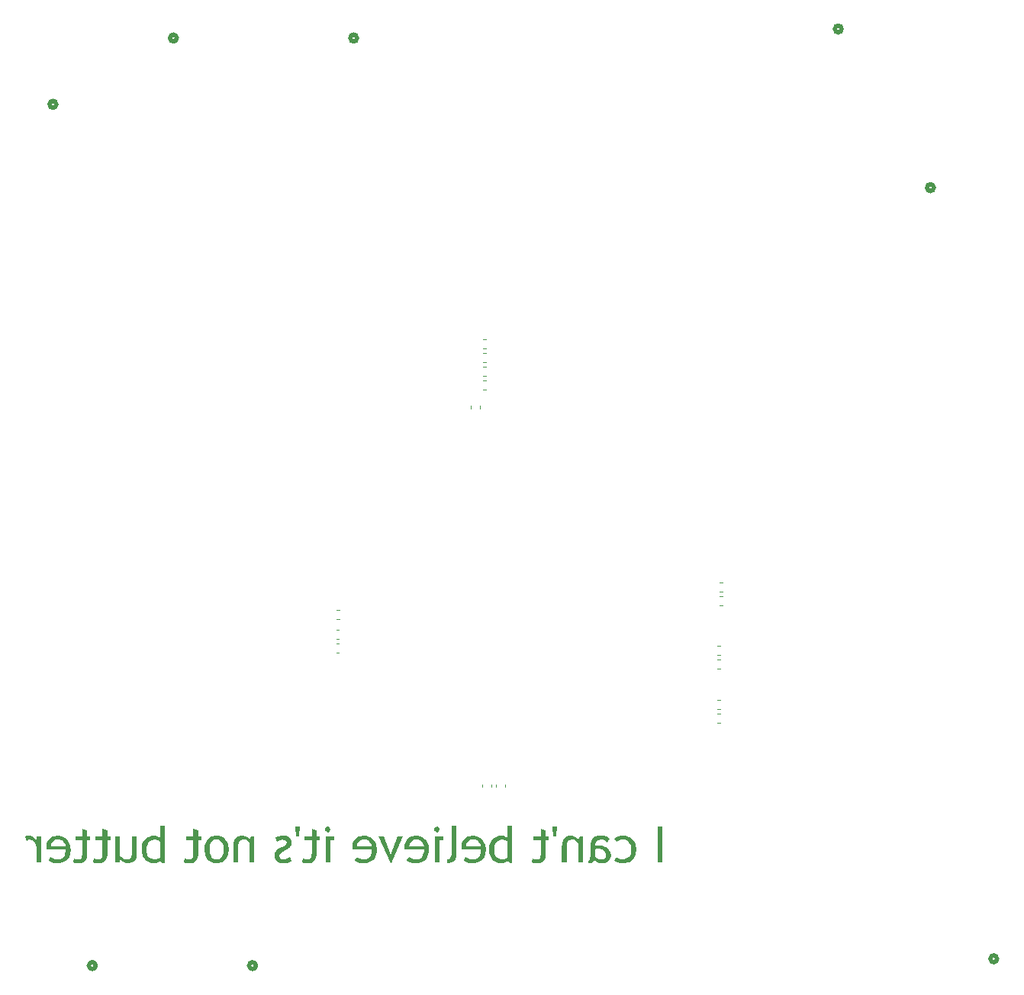
<source format=gbr>
%TF.GenerationSoftware,KiCad,Pcbnew,8.0.5*%
%TF.CreationDate,2024-10-22T14:52:20-04:00*%
%TF.ProjectId,huxley,6875786c-6579-42e6-9b69-6361645f7063,rev?*%
%TF.SameCoordinates,Original*%
%TF.FileFunction,Legend,Bot*%
%TF.FilePolarity,Positive*%
%FSLAX46Y46*%
G04 Gerber Fmt 4.6, Leading zero omitted, Abs format (unit mm)*
G04 Created by KiCad (PCBNEW 8.0.5) date 2024-10-22 14:52:20*
%MOMM*%
%LPD*%
G01*
G04 APERTURE LIST*
%ADD10C,0.150000*%
%ADD11C,0.508000*%
%ADD12C,0.120000*%
G04 APERTURE END LIST*
D10*
G36*
X119241974Y-146570000D02*
G01*
X119241974Y-142568325D01*
X118691939Y-142568325D01*
X118691939Y-146570000D01*
X119241974Y-146570000D01*
G37*
G36*
X113919434Y-143881374D02*
G01*
X114177355Y-144256531D01*
X114345230Y-144137562D01*
X114459699Y-144086538D01*
X114647089Y-144029036D01*
X114844132Y-144006505D01*
X114856350Y-144006427D01*
X115058339Y-144025233D01*
X115259301Y-144091351D01*
X115432442Y-144205072D01*
X115532414Y-144307334D01*
X115641835Y-144471221D01*
X115719993Y-144662951D01*
X115766887Y-144882526D01*
X115782274Y-145097494D01*
X115782519Y-145129944D01*
X115770317Y-145345506D01*
X115726491Y-145562898D01*
X115650791Y-145749392D01*
X115527529Y-145922267D01*
X115367937Y-146054030D01*
X115177125Y-146142670D01*
X114981303Y-146185260D01*
X114818248Y-146194842D01*
X114619948Y-146175059D01*
X114420720Y-146115708D01*
X114242850Y-146029734D01*
X114108967Y-145944738D01*
X113902826Y-146382421D01*
X114096249Y-146479874D01*
X114308933Y-146553391D01*
X114506564Y-146597355D01*
X114718345Y-146623733D01*
X114944277Y-146632526D01*
X115162607Y-146618272D01*
X115366237Y-146575510D01*
X115555167Y-146504241D01*
X115729396Y-146404464D01*
X115888925Y-146276179D01*
X115938834Y-146227083D01*
X116072305Y-146064978D01*
X116178162Y-145882746D01*
X116256403Y-145680387D01*
X116307030Y-145457901D01*
X116328125Y-145257121D01*
X116331577Y-145129944D01*
X116321630Y-144916031D01*
X116291792Y-144715761D01*
X116229727Y-144493447D01*
X116139018Y-144290779D01*
X116019663Y-144107757D01*
X115924180Y-143996657D01*
X115760461Y-143851233D01*
X115575584Y-143735897D01*
X115369550Y-143650649D01*
X115142358Y-143595488D01*
X114936870Y-143572504D01*
X114806524Y-143568743D01*
X114599864Y-143588378D01*
X114394571Y-143641773D01*
X114312177Y-143671325D01*
X114131926Y-143748491D01*
X113962253Y-143847653D01*
X113919434Y-143881374D01*
G37*
G36*
X112558841Y-143573138D02*
G01*
X112761357Y-143604617D01*
X112955163Y-143660579D01*
X113018850Y-143684118D01*
X113201372Y-143768631D01*
X113365491Y-143881374D01*
X113145673Y-144319057D01*
X113128966Y-144299823D01*
X112979444Y-144167932D01*
X112801711Y-144075120D01*
X112595769Y-144021386D01*
X112392428Y-144006427D01*
X112353238Y-144007098D01*
X112144228Y-144039338D01*
X111956989Y-144138073D01*
X111830711Y-144302632D01*
X111770994Y-144496072D01*
X111755443Y-144694214D01*
X111929966Y-144651472D01*
X112129623Y-144631688D01*
X112349579Y-144642885D01*
X112554422Y-144676476D01*
X112744153Y-144732461D01*
X112946405Y-144826081D01*
X113128087Y-144950181D01*
X113175528Y-144990550D01*
X113317466Y-145140616D01*
X113433772Y-145328836D01*
X113501106Y-145534885D01*
X113519853Y-145729804D01*
X113515884Y-145824067D01*
X113477931Y-146021757D01*
X113388630Y-146218029D01*
X113265840Y-146373628D01*
X113233726Y-146404979D01*
X113062279Y-146531394D01*
X112872705Y-146607243D01*
X112665003Y-146632526D01*
X112471588Y-146623367D01*
X112260837Y-146588196D01*
X112044393Y-146513824D01*
X111859646Y-146403548D01*
X111706594Y-146257369D01*
X111629551Y-146411589D01*
X111479937Y-146545575D01*
X111403027Y-146579455D01*
X111203206Y-146622251D01*
X111003175Y-146632526D01*
X111003175Y-146382421D01*
X111143675Y-146248286D01*
X111215502Y-146060880D01*
X111233740Y-145861695D01*
X111233740Y-145069371D01*
X111755443Y-145069371D01*
X111755443Y-145882212D01*
X111872977Y-145988457D01*
X112039734Y-146095924D01*
X112241057Y-146170113D01*
X112456908Y-146194842D01*
X112667802Y-146172029D01*
X112845397Y-146090085D01*
X112964323Y-145926664D01*
X112998150Y-145718080D01*
X112978367Y-145562069D01*
X112890439Y-145373048D01*
X112748046Y-145218848D01*
X112699872Y-145180961D01*
X112520811Y-145081585D01*
X112313319Y-145023615D01*
X112102267Y-145006845D01*
X111954753Y-145024492D01*
X111755443Y-145069371D01*
X111233740Y-145069371D01*
X111233740Y-144796796D01*
X111238274Y-144642221D01*
X111262076Y-144430623D01*
X111315631Y-144214493D01*
X111396955Y-144031461D01*
X111523900Y-143862812D01*
X111622833Y-143778095D01*
X111816747Y-143672414D01*
X112022385Y-143610097D01*
X112225362Y-143579082D01*
X112453000Y-143568743D01*
X112558841Y-143573138D01*
G37*
G36*
X108615457Y-146570000D02*
G01*
X108615457Y-144854438D01*
X108624310Y-144636634D01*
X108655437Y-144433791D01*
X108723916Y-144246533D01*
X108757117Y-144194982D01*
X108917535Y-144066087D01*
X109113082Y-144013055D01*
X109230949Y-144006427D01*
X109425596Y-144036757D01*
X109605129Y-144113893D01*
X109767646Y-144225377D01*
X109904082Y-144377676D01*
X109904082Y-146570000D01*
X110425785Y-146570000D01*
X110425785Y-143631270D01*
X110068213Y-143631270D01*
X109904082Y-144010334D01*
X109775200Y-143838269D01*
X109615089Y-143708466D01*
X109423750Y-143620924D01*
X109201181Y-143575643D01*
X109059979Y-143568743D01*
X108833291Y-143587138D01*
X108636828Y-143642322D01*
X108433753Y-143763036D01*
X108277905Y-143941233D01*
X108187230Y-144125178D01*
X108126780Y-144345913D01*
X108096555Y-144603436D01*
X108092777Y-144745994D01*
X108092777Y-146570000D01*
X108615457Y-146570000D01*
G37*
G36*
X107107990Y-143631270D02*
G01*
X107473377Y-143631270D01*
X107538834Y-142568325D01*
X107033740Y-142568325D01*
X107107990Y-143631270D01*
G37*
G36*
X106288311Y-144068953D02*
G01*
X106629274Y-144068953D01*
X106629274Y-143631270D01*
X106288311Y-143631270D01*
X106288311Y-143017732D01*
X105766608Y-142818429D01*
X105766608Y-143631270D01*
X104958653Y-143631270D01*
X104958653Y-144068953D01*
X105766608Y-144068953D01*
X105766608Y-145516824D01*
X105754396Y-145725709D01*
X105707501Y-145921714D01*
X105641556Y-146039504D01*
X105478401Y-146156008D01*
X105273131Y-146194236D01*
X105239043Y-146194842D01*
X105034612Y-146163579D01*
X104850526Y-146084933D01*
X104823831Y-146069790D01*
X104746650Y-146546552D01*
X104955573Y-146591890D01*
X105154208Y-146618337D01*
X105362890Y-146631182D01*
X105458862Y-146632526D01*
X105666259Y-146607434D01*
X105852475Y-146532157D01*
X106017510Y-146406696D01*
X106047976Y-146375582D01*
X106174715Y-146201216D01*
X106254514Y-146000517D01*
X106286198Y-145797374D01*
X106288311Y-145724919D01*
X106288311Y-144068953D01*
G37*
G36*
X102570935Y-146632526D02*
G01*
X102310083Y-146632526D01*
X102125436Y-146365812D01*
X101997208Y-146468150D01*
X101819644Y-146554368D01*
X101806998Y-146559176D01*
X101615945Y-146612986D01*
X101409316Y-146632526D01*
X101329883Y-146630873D01*
X101104134Y-146606086D01*
X100897207Y-146551555D01*
X100709102Y-146467280D01*
X100539819Y-146353261D01*
X100389357Y-146209497D01*
X100280999Y-146069315D01*
X100175211Y-145880821D01*
X100095870Y-145670207D01*
X100049955Y-145477799D01*
X100022406Y-145270030D01*
X100014350Y-145074256D01*
X100562281Y-145074256D01*
X100563186Y-145148613D01*
X100576753Y-145355380D01*
X100613157Y-145565700D01*
X100681896Y-145765307D01*
X100793824Y-145937899D01*
X100927974Y-146050312D01*
X101123999Y-146138385D01*
X101338337Y-146182547D01*
X101556838Y-146194842D01*
X101673402Y-146172732D01*
X101854815Y-146094214D01*
X101889559Y-146075670D01*
X102049232Y-145948646D01*
X102049232Y-144238946D01*
X101999434Y-144191310D01*
X101825505Y-144089469D01*
X101753878Y-144057112D01*
X101556838Y-144006427D01*
X101392341Y-144016353D01*
X101193527Y-144060469D01*
X100997889Y-144152286D01*
X100831926Y-144288771D01*
X100701580Y-144465055D01*
X100621529Y-144651077D01*
X100575184Y-144864698D01*
X100562281Y-145074256D01*
X100014350Y-145074256D01*
X100013224Y-145046901D01*
X100014689Y-144967774D01*
X100036671Y-144740743D01*
X100085031Y-144529236D01*
X100159769Y-144333254D01*
X100260886Y-144152797D01*
X100388381Y-143987864D01*
X100436172Y-143937111D01*
X100590308Y-143804499D01*
X100760588Y-143701356D01*
X100947010Y-143627682D01*
X101149575Y-143583478D01*
X101368283Y-143568743D01*
X101380625Y-143568826D01*
X101580171Y-143592732D01*
X101770795Y-143653740D01*
X101895820Y-143714138D01*
X102049232Y-143840341D01*
X102049232Y-142443272D01*
X102570935Y-142443272D01*
X102570935Y-146632526D01*
G37*
G36*
X98431006Y-143578380D02*
G01*
X98650883Y-143624248D01*
X98856828Y-143707889D01*
X99048842Y-143829305D01*
X99202337Y-143963440D01*
X99329835Y-144108216D01*
X99454307Y-144300649D01*
X99547661Y-144513483D01*
X99601686Y-144706430D01*
X99634100Y-144913545D01*
X99644905Y-145134829D01*
X99641110Y-145264195D01*
X99617916Y-145468586D01*
X99562252Y-145695343D01*
X99476225Y-145901904D01*
X99359836Y-146088269D01*
X99213084Y-146254438D01*
X99088081Y-146363360D01*
X98899293Y-146484835D01*
X98694423Y-146570126D01*
X98473471Y-146619234D01*
X98271284Y-146632526D01*
X98176181Y-146630785D01*
X97970462Y-146614144D01*
X97776180Y-146579884D01*
X97573726Y-146521151D01*
X97558220Y-146515808D01*
X97367589Y-146434597D01*
X97202477Y-146319895D01*
X97422295Y-145944738D01*
X97560574Y-146042191D01*
X97759106Y-146132316D01*
X97955172Y-146179211D01*
X98169678Y-146194842D01*
X98242064Y-146192661D01*
X98444177Y-146159946D01*
X98642281Y-146077552D01*
X98812526Y-145946692D01*
X98846834Y-145910193D01*
X98961934Y-145744962D01*
X99041618Y-145548958D01*
X99082290Y-145352208D01*
X99095847Y-145131898D01*
X96973866Y-145131898D01*
X96948861Y-145019744D01*
X96932833Y-144816336D01*
X96935197Y-144756741D01*
X97452581Y-144756741D01*
X99082170Y-144756741D01*
X99044159Y-144569628D01*
X98958270Y-144387165D01*
X98826203Y-144229176D01*
X98796325Y-144202202D01*
X98633541Y-144093438D01*
X98448432Y-144028179D01*
X98240997Y-144006427D01*
X98217825Y-144006650D01*
X98002891Y-144033440D01*
X97818488Y-144104881D01*
X97650907Y-144235038D01*
X97555037Y-144360832D01*
X97476016Y-144554044D01*
X97452581Y-144756741D01*
X96935197Y-144756741D01*
X96938237Y-144680094D01*
X96973700Y-144458347D01*
X97042261Y-144257825D01*
X97143922Y-144078527D01*
X97278681Y-143920453D01*
X97448115Y-143783410D01*
X97643541Y-143680027D01*
X97831738Y-143618203D01*
X98039031Y-143581108D01*
X98265422Y-143568743D01*
X98431006Y-143578380D01*
G37*
G36*
X96359351Y-145748367D02*
G01*
X96359351Y-142443272D01*
X95837648Y-142443272D01*
X95837648Y-145684863D01*
X95807809Y-145884618D01*
X95701849Y-146058066D01*
X95533087Y-146164789D01*
X95345254Y-146194842D01*
X95345254Y-146632526D01*
X95582933Y-146618711D01*
X95788921Y-146577266D01*
X96001842Y-146486605D01*
X96165246Y-146352772D01*
X96279134Y-146175768D01*
X96343505Y-145955591D01*
X96359351Y-145748367D01*
G37*
G36*
X94212944Y-142568325D02*
G01*
X94020302Y-142628950D01*
X93983356Y-142660160D01*
X93891921Y-142833256D01*
X93888590Y-142879979D01*
X93951150Y-143065973D01*
X93983356Y-143101751D01*
X94163794Y-143190358D01*
X94212944Y-143193586D01*
X94402759Y-143132961D01*
X94439602Y-143101751D01*
X94531036Y-142927365D01*
X94534368Y-142879979D01*
X94473097Y-142694331D01*
X94441556Y-142659183D01*
X94262060Y-142571519D01*
X94212944Y-142568325D01*
G37*
G36*
X94499197Y-146570000D02*
G01*
X94499197Y-144068953D01*
X94902686Y-144068953D01*
X94902686Y-143631270D01*
X93976517Y-143631270D01*
X93976517Y-146570000D01*
X94499197Y-146570000D01*
G37*
G36*
X92135402Y-143578380D02*
G01*
X92355279Y-143624248D01*
X92561224Y-143707889D01*
X92753238Y-143829305D01*
X92906734Y-143963440D01*
X93034231Y-144108216D01*
X93158704Y-144300649D01*
X93252058Y-144513483D01*
X93306082Y-144706430D01*
X93338497Y-144913545D01*
X93349302Y-145134829D01*
X93345506Y-145264195D01*
X93322313Y-145468586D01*
X93266648Y-145695343D01*
X93180621Y-145901904D01*
X93064232Y-146088269D01*
X92917480Y-146254438D01*
X92792478Y-146363360D01*
X92603689Y-146484835D01*
X92398819Y-146570126D01*
X92177867Y-146619234D01*
X91975680Y-146632526D01*
X91880578Y-146630785D01*
X91674859Y-146614144D01*
X91480577Y-146579884D01*
X91278122Y-146521151D01*
X91262617Y-146515808D01*
X91071985Y-146434597D01*
X90906873Y-146319895D01*
X91126692Y-145944738D01*
X91264970Y-146042191D01*
X91463503Y-146132316D01*
X91659569Y-146179211D01*
X91874075Y-146194842D01*
X91946460Y-146192661D01*
X92148573Y-146159946D01*
X92346677Y-146077552D01*
X92516922Y-145946692D01*
X92551231Y-145910193D01*
X92666330Y-145744962D01*
X92746014Y-145548958D01*
X92786686Y-145352208D01*
X92800244Y-145131898D01*
X90678262Y-145131898D01*
X90653258Y-145019744D01*
X90637229Y-144816336D01*
X90639593Y-144756741D01*
X91156978Y-144756741D01*
X92786566Y-144756741D01*
X92748556Y-144569628D01*
X92662666Y-144387165D01*
X92530600Y-144229176D01*
X92500722Y-144202202D01*
X92337938Y-144093438D01*
X92152828Y-144028179D01*
X91945394Y-144006427D01*
X91922221Y-144006650D01*
X91707288Y-144033440D01*
X91522884Y-144104881D01*
X91355303Y-144235038D01*
X91259433Y-144360832D01*
X91180413Y-144554044D01*
X91156978Y-144756741D01*
X90639593Y-144756741D01*
X90642633Y-144680094D01*
X90678096Y-144458347D01*
X90746658Y-144257825D01*
X90848318Y-144078527D01*
X90983077Y-143920453D01*
X91152511Y-143783410D01*
X91347938Y-143680027D01*
X91536134Y-143618203D01*
X91743428Y-143581108D01*
X91969818Y-143568743D01*
X92135402Y-143578380D01*
G37*
G36*
X89044766Y-146632526D02*
G01*
X89181542Y-146632526D01*
X90442812Y-143631270D01*
X89871284Y-143631270D01*
X89093614Y-145694633D01*
X88299337Y-143631270D01*
X87753210Y-143631270D01*
X89044766Y-146632526D01*
G37*
G36*
X86343916Y-143578380D02*
G01*
X86563793Y-143624248D01*
X86769738Y-143707889D01*
X86961752Y-143829305D01*
X87115247Y-143963440D01*
X87242745Y-144108216D01*
X87367217Y-144300649D01*
X87460571Y-144513483D01*
X87514596Y-144706430D01*
X87547010Y-144913545D01*
X87557815Y-145134829D01*
X87554020Y-145264195D01*
X87530826Y-145468586D01*
X87475162Y-145695343D01*
X87389135Y-145901904D01*
X87272746Y-146088269D01*
X87125994Y-146254438D01*
X87000991Y-146363360D01*
X86812203Y-146484835D01*
X86607333Y-146570126D01*
X86386381Y-146619234D01*
X86184193Y-146632526D01*
X86089091Y-146630785D01*
X85883372Y-146614144D01*
X85689090Y-146579884D01*
X85486636Y-146521151D01*
X85471130Y-146515808D01*
X85280499Y-146434597D01*
X85115387Y-146319895D01*
X85335205Y-145944738D01*
X85473484Y-146042191D01*
X85672016Y-146132316D01*
X85868082Y-146179211D01*
X86082588Y-146194842D01*
X86154974Y-146192661D01*
X86357087Y-146159946D01*
X86555191Y-146077552D01*
X86725436Y-145946692D01*
X86759744Y-145910193D01*
X86874844Y-145744962D01*
X86954528Y-145548958D01*
X86995200Y-145352208D01*
X87008757Y-145131898D01*
X84886775Y-145131898D01*
X84861771Y-145019744D01*
X84845743Y-144816336D01*
X84848107Y-144756741D01*
X85365491Y-144756741D01*
X86995080Y-144756741D01*
X86957069Y-144569628D01*
X86871180Y-144387165D01*
X86739113Y-144229176D01*
X86709235Y-144202202D01*
X86546451Y-144093438D01*
X86361342Y-144028179D01*
X86153907Y-144006427D01*
X86130735Y-144006650D01*
X85915801Y-144033440D01*
X85731398Y-144104881D01*
X85563817Y-144235038D01*
X85467947Y-144360832D01*
X85388926Y-144554044D01*
X85365491Y-144756741D01*
X84848107Y-144756741D01*
X84851147Y-144680094D01*
X84886609Y-144458347D01*
X84955171Y-144257825D01*
X85056831Y-144078527D01*
X85191591Y-143920453D01*
X85361025Y-143783410D01*
X85556451Y-143680027D01*
X85744648Y-143618203D01*
X85951941Y-143581108D01*
X86178332Y-143568743D01*
X86343916Y-143578380D01*
G37*
G36*
X82090683Y-142568325D02*
G01*
X81898041Y-142628950D01*
X81861095Y-142660160D01*
X81769661Y-142833256D01*
X81766329Y-142879979D01*
X81828889Y-143065973D01*
X81861095Y-143101751D01*
X82041533Y-143190358D01*
X82090683Y-143193586D01*
X82280498Y-143132961D01*
X82317341Y-143101751D01*
X82408775Y-142927365D01*
X82412107Y-142879979D01*
X82350836Y-142694331D01*
X82319295Y-142659183D01*
X82139799Y-142571519D01*
X82090683Y-142568325D01*
G37*
G36*
X82376936Y-146570000D02*
G01*
X82376936Y-144068953D01*
X82780425Y-144068953D01*
X82780425Y-143631270D01*
X81854256Y-143631270D01*
X81854256Y-146570000D01*
X82376936Y-146570000D01*
G37*
G36*
X80847976Y-144068953D02*
G01*
X81188939Y-144068953D01*
X81188939Y-143631270D01*
X80847976Y-143631270D01*
X80847976Y-143017732D01*
X80326273Y-142818429D01*
X80326273Y-143631270D01*
X79518318Y-143631270D01*
X79518318Y-144068953D01*
X80326273Y-144068953D01*
X80326273Y-145516824D01*
X80314061Y-145725709D01*
X80267166Y-145921714D01*
X80201221Y-146039504D01*
X80038066Y-146156008D01*
X79832796Y-146194236D01*
X79798709Y-146194842D01*
X79594277Y-146163579D01*
X79410191Y-146084933D01*
X79383496Y-146069790D01*
X79306315Y-146546552D01*
X79515238Y-146591890D01*
X79713873Y-146618337D01*
X79922555Y-146631182D01*
X80018527Y-146632526D01*
X80225924Y-146607434D01*
X80412140Y-146532157D01*
X80577175Y-146406696D01*
X80607641Y-146375582D01*
X80734380Y-146201216D01*
X80814179Y-146000517D01*
X80845863Y-145797374D01*
X80847976Y-145724919D01*
X80847976Y-144068953D01*
G37*
G36*
X78556978Y-143631270D02*
G01*
X78922365Y-143631270D01*
X78987822Y-142568325D01*
X78482728Y-142568325D01*
X78556978Y-143631270D01*
G37*
G36*
X78116364Y-146394145D02*
G01*
X77932693Y-145882212D01*
X77749769Y-146004028D01*
X77560633Y-146106610D01*
X77373255Y-146175303D01*
X77229274Y-146194842D01*
X77017698Y-146169258D01*
X76838237Y-146065321D01*
X76753229Y-145881433D01*
X76745673Y-145785491D01*
X76800855Y-145593248D01*
X76946790Y-145435711D01*
X77129209Y-145321497D01*
X77212665Y-145281374D01*
X77396351Y-145194838D01*
X77583563Y-145099171D01*
X77697243Y-145031270D01*
X77853490Y-144902435D01*
X77914131Y-144836852D01*
X78022423Y-144672494D01*
X78051884Y-144604333D01*
X78094016Y-144409794D01*
X78096824Y-144340551D01*
X78071064Y-144128956D01*
X77993784Y-143948465D01*
X77864984Y-143799076D01*
X77833042Y-143772930D01*
X77652341Y-143665254D01*
X77462627Y-143602442D01*
X77247256Y-143571934D01*
X77143300Y-143568743D01*
X76926096Y-143588588D01*
X76728839Y-143633040D01*
X76539109Y-143692773D01*
X76333391Y-143771953D01*
X76481891Y-144256531D01*
X76656801Y-144135631D01*
X76851508Y-144047704D01*
X77046597Y-144008625D01*
X77105198Y-144006427D01*
X77306122Y-144037769D01*
X77419783Y-144095331D01*
X77539767Y-144254150D01*
X77547766Y-144319057D01*
X77502566Y-144513505D01*
X77366966Y-144668935D01*
X77226343Y-144750879D01*
X76852163Y-144921849D01*
X76674032Y-145013803D01*
X76510733Y-145124132D01*
X76362882Y-145267862D01*
X76352930Y-145280397D01*
X76251090Y-145460848D01*
X76203165Y-145657471D01*
X76195638Y-145785491D01*
X76217586Y-145995478D01*
X76293453Y-146196712D01*
X76423513Y-146364171D01*
X76473098Y-146407822D01*
X76646171Y-146516444D01*
X76853247Y-146589516D01*
X77065860Y-146624626D01*
X77242951Y-146632526D01*
X77443360Y-146621119D01*
X77638533Y-146586898D01*
X77828470Y-146529864D01*
X78013171Y-146450015D01*
X78116364Y-146394145D01*
G37*
G36*
X72162700Y-146570000D02*
G01*
X72162700Y-144854438D01*
X72171554Y-144636634D01*
X72202681Y-144433791D01*
X72271159Y-144246533D01*
X72304361Y-144194982D01*
X72464779Y-144066087D01*
X72660326Y-144013055D01*
X72778192Y-144006427D01*
X72972839Y-144036757D01*
X73152372Y-144113893D01*
X73314889Y-144225377D01*
X73451325Y-144377676D01*
X73451325Y-146570000D01*
X73973028Y-146570000D01*
X73973028Y-143631270D01*
X73615457Y-143631270D01*
X73451325Y-144010334D01*
X73322443Y-143838269D01*
X73162333Y-143708466D01*
X72970993Y-143620924D01*
X72748425Y-143575643D01*
X72607222Y-143568743D01*
X72380534Y-143587138D01*
X72184071Y-143642322D01*
X71980997Y-143763036D01*
X71825149Y-143941233D01*
X71734474Y-144125178D01*
X71674024Y-144345913D01*
X71643799Y-144603436D01*
X71640020Y-144745994D01*
X71640020Y-146570000D01*
X72162700Y-146570000D01*
G37*
G36*
X69846984Y-143570388D02*
G01*
X70057998Y-143595061D01*
X70252733Y-143649340D01*
X70431186Y-143733226D01*
X70593360Y-143846718D01*
X70739253Y-143989818D01*
X70825119Y-144098964D01*
X70932453Y-144278139D01*
X71014026Y-144475861D01*
X71069839Y-144692131D01*
X71096673Y-144886523D01*
X71105617Y-145093796D01*
X71102526Y-145223686D01*
X71083635Y-145428836D01*
X71038298Y-145656314D01*
X70968230Y-145863390D01*
X70873434Y-146050064D01*
X70753907Y-146216336D01*
X70708860Y-146266734D01*
X70560711Y-146398419D01*
X70393054Y-146500841D01*
X70205887Y-146573999D01*
X69999212Y-146617894D01*
X69773028Y-146632526D01*
X69697103Y-146630915D01*
X69481463Y-146606758D01*
X69284027Y-146553612D01*
X69104795Y-146471478D01*
X68943766Y-146360355D01*
X68800942Y-146220244D01*
X68717136Y-146112456D01*
X68612378Y-145933087D01*
X68532763Y-145732491D01*
X68478289Y-145510669D01*
X68452100Y-145309602D01*
X68443370Y-145093796D01*
X68992428Y-145093796D01*
X69002386Y-145307007D01*
X69038152Y-145525376D01*
X69099930Y-145716755D01*
X69200523Y-145899797D01*
X69227031Y-145935525D01*
X69378118Y-146079590D01*
X69560117Y-146166029D01*
X69773028Y-146194842D01*
X69821234Y-146193767D01*
X70039306Y-146156134D01*
X70219120Y-146064738D01*
X70360676Y-145919581D01*
X70463974Y-145720661D01*
X70519066Y-145522817D01*
X70549673Y-145290565D01*
X70556559Y-145093796D01*
X70546368Y-144882007D01*
X70509762Y-144665607D01*
X70446533Y-144476564D01*
X70343579Y-144296587D01*
X70316392Y-144261450D01*
X70163511Y-144119771D01*
X69982390Y-144034763D01*
X69773028Y-144006427D01*
X69548148Y-144032974D01*
X69361384Y-144112615D01*
X69212734Y-144245350D01*
X69102200Y-144431180D01*
X69041215Y-144618072D01*
X69004625Y-144838944D01*
X68992428Y-145093796D01*
X68443370Y-145093796D01*
X68446435Y-144962096D01*
X68465169Y-144754848D01*
X68510128Y-144526362D01*
X68579612Y-144319928D01*
X68673619Y-144135543D01*
X68792149Y-143973210D01*
X68814224Y-143948325D01*
X68958297Y-143815610D01*
X69151560Y-143696719D01*
X69338795Y-143625621D01*
X69545951Y-143582963D01*
X69773028Y-143568743D01*
X69846984Y-143570388D01*
G37*
G36*
X67721388Y-144068953D02*
G01*
X68062351Y-144068953D01*
X68062351Y-143631270D01*
X67721388Y-143631270D01*
X67721388Y-143017732D01*
X67199685Y-142818429D01*
X67199685Y-143631270D01*
X66391730Y-143631270D01*
X66391730Y-144068953D01*
X67199685Y-144068953D01*
X67199685Y-145516824D01*
X67187473Y-145725709D01*
X67140579Y-145921714D01*
X67074633Y-146039504D01*
X66911479Y-146156008D01*
X66706208Y-146194236D01*
X66672121Y-146194842D01*
X66467690Y-146163579D01*
X66283603Y-146084933D01*
X66256908Y-146069790D01*
X66179727Y-146546552D01*
X66388650Y-146591890D01*
X66587286Y-146618337D01*
X66795967Y-146631182D01*
X66891939Y-146632526D01*
X67099336Y-146607434D01*
X67285552Y-146532157D01*
X67450588Y-146406696D01*
X67481053Y-146375582D01*
X67607792Y-146201216D01*
X67687591Y-146000517D01*
X67719276Y-145797374D01*
X67721388Y-145724919D01*
X67721388Y-144068953D01*
G37*
G36*
X64004012Y-146632526D02*
G01*
X63743161Y-146632526D01*
X63558513Y-146365812D01*
X63430286Y-146468150D01*
X63252721Y-146554368D01*
X63240076Y-146559176D01*
X63049023Y-146612986D01*
X62842393Y-146632526D01*
X62762961Y-146630873D01*
X62537212Y-146606086D01*
X62330285Y-146551555D01*
X62142179Y-146467280D01*
X61972896Y-146353261D01*
X61822435Y-146209497D01*
X61714076Y-146069315D01*
X61608288Y-145880821D01*
X61528948Y-145670207D01*
X61483033Y-145477799D01*
X61455484Y-145270030D01*
X61447427Y-145074256D01*
X61995359Y-145074256D01*
X61996263Y-145148613D01*
X62009830Y-145355380D01*
X62046235Y-145565700D01*
X62114974Y-145765307D01*
X62226901Y-145937899D01*
X62361051Y-146050312D01*
X62557076Y-146138385D01*
X62771415Y-146182547D01*
X62989916Y-146194842D01*
X63106480Y-146172732D01*
X63287892Y-146094214D01*
X63322637Y-146075670D01*
X63482309Y-145948646D01*
X63482309Y-144238946D01*
X63432511Y-144191310D01*
X63258583Y-144089469D01*
X63186956Y-144057112D01*
X62989916Y-144006427D01*
X62825418Y-144016353D01*
X62626605Y-144060469D01*
X62430966Y-144152286D01*
X62265003Y-144288771D01*
X62134657Y-144465055D01*
X62054607Y-144651077D01*
X62008262Y-144864698D01*
X61995359Y-145074256D01*
X61447427Y-145074256D01*
X61446301Y-145046901D01*
X61447766Y-144967774D01*
X61469748Y-144740743D01*
X61518108Y-144529236D01*
X61592847Y-144333254D01*
X61693963Y-144152797D01*
X61821458Y-143987864D01*
X61869249Y-143937111D01*
X62023386Y-143804499D01*
X62193665Y-143701356D01*
X62380087Y-143627682D01*
X62582652Y-143583478D01*
X62801360Y-143568743D01*
X62813702Y-143568826D01*
X63013249Y-143592732D01*
X63203872Y-143653740D01*
X63328897Y-143714138D01*
X63482309Y-143840341D01*
X63482309Y-142443272D01*
X64004012Y-142443272D01*
X64004012Y-146632526D01*
G37*
G36*
X60391172Y-143631270D02*
G01*
X60391172Y-145511939D01*
X60376742Y-145708674D01*
X60321329Y-145900741D01*
X60204154Y-146064131D01*
X60030413Y-146162165D01*
X59836469Y-146194176D01*
X59800104Y-146194842D01*
X59597800Y-146170334D01*
X59410006Y-146096810D01*
X59328227Y-146046343D01*
X59177779Y-145917786D01*
X59064292Y-145749817D01*
X59044905Y-145701472D01*
X59044905Y-143631270D01*
X58523203Y-143631270D01*
X58523203Y-146570000D01*
X59044905Y-146570000D01*
X59044905Y-146163579D01*
X59166407Y-146320329D01*
X59334913Y-146447496D01*
X59398569Y-146485003D01*
X59579090Y-146568993D01*
X59772599Y-146620856D01*
X59915387Y-146632526D01*
X60116116Y-146619249D01*
X60318960Y-146571560D01*
X60513293Y-146476454D01*
X60655931Y-146355066D01*
X60780137Y-146179975D01*
X60856417Y-145993328D01*
X60900579Y-145777493D01*
X60912875Y-145564696D01*
X60912875Y-143631270D01*
X60391172Y-143631270D01*
G37*
G36*
X57639043Y-144068953D02*
G01*
X57980006Y-144068953D01*
X57980006Y-143631270D01*
X57639043Y-143631270D01*
X57639043Y-143017732D01*
X57117341Y-142818429D01*
X57117341Y-143631270D01*
X56309385Y-143631270D01*
X56309385Y-144068953D01*
X57117341Y-144068953D01*
X57117341Y-145516824D01*
X57105129Y-145725709D01*
X57058234Y-145921714D01*
X56992288Y-146039504D01*
X56829134Y-146156008D01*
X56623863Y-146194236D01*
X56589776Y-146194842D01*
X56385345Y-146163579D01*
X56201258Y-146084933D01*
X56174563Y-146069790D01*
X56097383Y-146546552D01*
X56306306Y-146591890D01*
X56504941Y-146618337D01*
X56713623Y-146631182D01*
X56809595Y-146632526D01*
X57016991Y-146607434D01*
X57203207Y-146532157D01*
X57368243Y-146406696D01*
X57398709Y-146375582D01*
X57525448Y-146201216D01*
X57605246Y-146000517D01*
X57636931Y-145797374D01*
X57639043Y-145724919D01*
X57639043Y-144068953D01*
G37*
G36*
X55419364Y-144068953D02*
G01*
X55760327Y-144068953D01*
X55760327Y-143631270D01*
X55419364Y-143631270D01*
X55419364Y-143017732D01*
X54897662Y-142818429D01*
X54897662Y-143631270D01*
X54089706Y-143631270D01*
X54089706Y-144068953D01*
X54897662Y-144068953D01*
X54897662Y-145516824D01*
X54885450Y-145725709D01*
X54838555Y-145921714D01*
X54772609Y-146039504D01*
X54609455Y-146156008D01*
X54404184Y-146194236D01*
X54370097Y-146194842D01*
X54165666Y-146163579D01*
X53981579Y-146084933D01*
X53954884Y-146069790D01*
X53877704Y-146546552D01*
X54086627Y-146591890D01*
X54285262Y-146618337D01*
X54493944Y-146631182D01*
X54589916Y-146632526D01*
X54797312Y-146607434D01*
X54983528Y-146532157D01*
X55148564Y-146406696D01*
X55179030Y-146375582D01*
X55305769Y-146201216D01*
X55385567Y-146000517D01*
X55417252Y-145797374D01*
X55419364Y-145724919D01*
X55419364Y-144068953D01*
G37*
G36*
X52364851Y-143578380D02*
G01*
X52584728Y-143624248D01*
X52790673Y-143707889D01*
X52982687Y-143829305D01*
X53136182Y-143963440D01*
X53263680Y-144108216D01*
X53388152Y-144300649D01*
X53481506Y-144513483D01*
X53535531Y-144706430D01*
X53567945Y-144913545D01*
X53578750Y-145134829D01*
X53574955Y-145264195D01*
X53551762Y-145468586D01*
X53496097Y-145695343D01*
X53410070Y-145901904D01*
X53293681Y-146088269D01*
X53146929Y-146254438D01*
X53021926Y-146363360D01*
X52833138Y-146484835D01*
X52628268Y-146570126D01*
X52407316Y-146619234D01*
X52205129Y-146632526D01*
X52110027Y-146630785D01*
X51904307Y-146614144D01*
X51710025Y-146579884D01*
X51507571Y-146521151D01*
X51492065Y-146515808D01*
X51301434Y-146434597D01*
X51136322Y-146319895D01*
X51356140Y-145944738D01*
X51494419Y-146042191D01*
X51692951Y-146132316D01*
X51889017Y-146179211D01*
X52103524Y-146194842D01*
X52175909Y-146192661D01*
X52378022Y-146159946D01*
X52576126Y-146077552D01*
X52746371Y-145946692D01*
X52780679Y-145910193D01*
X52895779Y-145744962D01*
X52975463Y-145548958D01*
X53016135Y-145352208D01*
X53029692Y-145131898D01*
X50907711Y-145131898D01*
X50882706Y-145019744D01*
X50866678Y-144816336D01*
X50869042Y-144756741D01*
X51386427Y-144756741D01*
X53016015Y-144756741D01*
X52978005Y-144569628D01*
X52892115Y-144387165D01*
X52760048Y-144229176D01*
X52730171Y-144202202D01*
X52567387Y-144093438D01*
X52382277Y-144028179D01*
X52174842Y-144006427D01*
X52151670Y-144006650D01*
X51936736Y-144033440D01*
X51752333Y-144104881D01*
X51584752Y-144235038D01*
X51488882Y-144360832D01*
X51409861Y-144554044D01*
X51386427Y-144756741D01*
X50869042Y-144756741D01*
X50872082Y-144680094D01*
X50907545Y-144458347D01*
X50976106Y-144257825D01*
X51077767Y-144078527D01*
X51212526Y-143920453D01*
X51381960Y-143783410D01*
X51577386Y-143680027D01*
X51765583Y-143618203D01*
X51972877Y-143581108D01*
X52199267Y-143568743D01*
X52364851Y-143578380D01*
G37*
G36*
X48734926Y-144123663D02*
G01*
X48917133Y-144032187D01*
X49078820Y-144006427D01*
X49277161Y-144041460D01*
X49455992Y-144146561D01*
X49564375Y-144255554D01*
X49673597Y-144420666D01*
X49742367Y-144605814D01*
X49770684Y-144810997D01*
X49771493Y-144854438D01*
X49771493Y-146570000D01*
X50293196Y-146570000D01*
X50293196Y-143631270D01*
X49771493Y-143631270D01*
X49771493Y-144068953D01*
X49654428Y-143898960D01*
X49493282Y-143745087D01*
X49305676Y-143639085D01*
X49091610Y-143580956D01*
X48922505Y-143568743D01*
X48725286Y-143584199D01*
X48518039Y-143617592D01*
X48734926Y-144123663D01*
G37*
D11*
%TO.C,J24*%
X65357400Y-55000000D02*
G75*
G02*
X64595400Y-55000000I-381000J0D01*
G01*
X64595400Y-55000000D02*
G75*
G02*
X65357400Y-55000000I381000J0D01*
G01*
%TO.C,J39*%
X149357400Y-71612400D02*
G75*
G02*
X148595400Y-71612400I-381000J0D01*
G01*
X148595400Y-71612400D02*
G75*
G02*
X149357400Y-71612400I381000J0D01*
G01*
%TO.C,J34*%
X139132600Y-54000000D02*
G75*
G02*
X138370600Y-54000000I-381000J0D01*
G01*
X138370600Y-54000000D02*
G75*
G02*
X139132600Y-54000000I381000J0D01*
G01*
%TO.C,J37*%
X56357400Y-158000000D02*
G75*
G02*
X55595400Y-158000000I-381000J0D01*
G01*
X55595400Y-158000000D02*
G75*
G02*
X56357400Y-158000000I381000J0D01*
G01*
%TO.C,J2*%
X51993400Y-62364000D02*
G75*
G02*
X51231400Y-62364000I-381000J0D01*
G01*
X51231400Y-62364000D02*
G75*
G02*
X51993400Y-62364000I381000J0D01*
G01*
%TO.C,J35*%
X85357400Y-55000000D02*
G75*
G02*
X84595400Y-55000000I-381000J0D01*
G01*
X84595400Y-55000000D02*
G75*
G02*
X85357400Y-55000000I381000J0D01*
G01*
%TO.C,J1*%
X156381000Y-157248400D02*
G75*
G02*
X155619000Y-157248400I-381000J0D01*
G01*
X155619000Y-157248400D02*
G75*
G02*
X156381000Y-157248400I381000J0D01*
G01*
%TO.C,J3*%
X74132600Y-158000000D02*
G75*
G02*
X73370600Y-158000000I-381000J0D01*
G01*
X73370600Y-158000000D02*
G75*
G02*
X74132600Y-158000000I381000J0D01*
G01*
D12*
%TO.C,C63*%
X99359420Y-94010000D02*
X99640580Y-94010000D01*
X99359420Y-92990000D02*
X99640580Y-92990000D01*
%TO.C,C61*%
X99359420Y-91010000D02*
X99640580Y-91010000D01*
X99359420Y-89990000D02*
X99640580Y-89990000D01*
%TO.C,C55*%
X125890580Y-116510000D02*
X125609420Y-116510000D01*
X125890580Y-115490000D02*
X125609420Y-115490000D01*
%TO.C,C60*%
X99359420Y-89510000D02*
X99640580Y-89510000D01*
X99359420Y-88490000D02*
X99640580Y-88490000D01*
%TO.C,C47*%
X125640580Y-123510000D02*
X125359420Y-123510000D01*
X125640580Y-122490000D02*
X125359420Y-122490000D01*
%TO.C,C62*%
X99359420Y-92510000D02*
X99640580Y-92510000D01*
X99359420Y-91490000D02*
X99640580Y-91490000D01*
%TO.C,C50*%
X100260000Y-138140580D02*
X100260000Y-137859420D01*
X99240000Y-138140580D02*
X99240000Y-137859420D01*
%TO.C,C44*%
X83084420Y-121760000D02*
X83365580Y-121760000D01*
X83084420Y-120740000D02*
X83365580Y-120740000D01*
%TO.C,C45*%
X83084420Y-123260000D02*
X83365580Y-123260000D01*
X83084420Y-122240000D02*
X83365580Y-122240000D01*
%TO.C,C48*%
X125640580Y-131010000D02*
X125359420Y-131010000D01*
X125640580Y-129990000D02*
X125359420Y-129990000D01*
%TO.C,C51*%
X101760000Y-138140580D02*
X101760000Y-137859420D01*
X100740000Y-138140580D02*
X100740000Y-137859420D01*
%TO.C,C53*%
X83109420Y-119510000D02*
X83390580Y-119510000D01*
X83109420Y-118490000D02*
X83390580Y-118490000D01*
%TO.C,C49*%
X125640580Y-129510000D02*
X125359420Y-129510000D01*
X125640580Y-128490000D02*
X125359420Y-128490000D01*
%TO.C,C54*%
X125890580Y-118010000D02*
X125609420Y-118010000D01*
X125890580Y-116990000D02*
X125609420Y-116990000D01*
%TO.C,C52*%
X99010000Y-95859420D02*
X99010000Y-96140580D01*
X97990000Y-95859420D02*
X97990000Y-96140580D01*
%TO.C,C46*%
X125640580Y-125010000D02*
X125359420Y-125010000D01*
X125640580Y-123990000D02*
X125359420Y-123990000D01*
%TD*%
M02*

</source>
